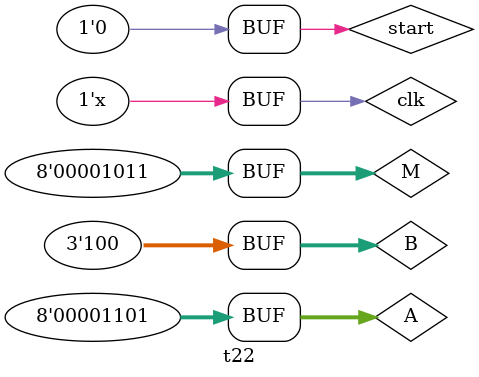
<source format=v>
`timescale 1ns / 1ps


module t22;

	// Inputs
	reg [7:0] M;
	reg [7:0] A;
	reg [2:0] B;
	reg start;
	reg clk;

	// Outputs
	wire finished;
	wire [15:0] Mpower;
	wire [15:0] remainder;

	// Instantiate the Unit Under Test (UUT)
	Modularmult uut (
		.M(M), 
		.A(A), 
		.B(B), 
		.start(start), 
		.clk(clk), 
		.finished(finished), 
		.Mpower(Mpower), 
		.remainder(remainder)
	);

	initial begin
		// Initialize Inputs
		M = 0;
		A = 0;
		B = 0;
		start = 0;
		clk = 0;

		// Wait 100 ns for global reset to finish
		#100;
      M = 11;
		A = 5;			//A=e;
		B = 3'b001;
		start = 0;
		#100;
		A = 8'b11011111;				//A=n;
		B = 3'b010;
		start = 0;
		#100;
		A = 8'b00001101;				//A=n;
		B = 3'b100;
		start = 1;
		#100;
		start = 0;
        
		// Add stimulus here

	end
       always #20 clk=!clk;
      
endmodule


</source>
